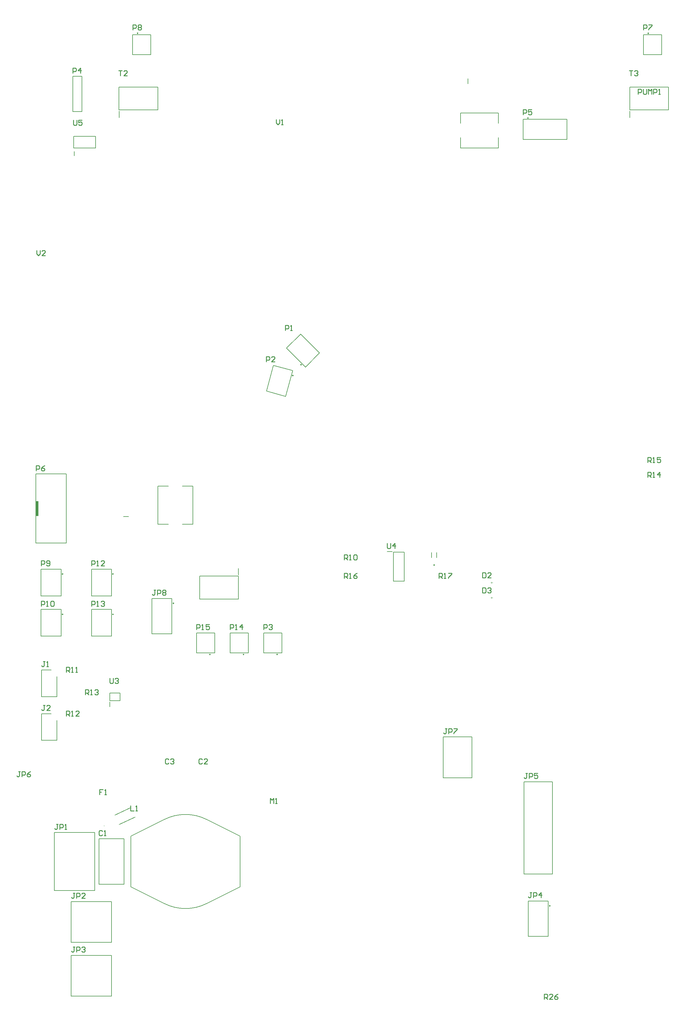
<source format=gbr>
G04*
G04 #@! TF.GenerationSoftware,Altium Limited,Altium Designer,22.4.2 (48)*
G04*
G04 Layer_Color=65535*
%FSLAX44Y44*%
%MOMM*%
G71*
G04*
G04 #@! TF.SameCoordinates,486C5EB1-174D-4488-8CC1-BEBE5ED833F6*
G04*
G04*
G04 #@! TF.FilePolarity,Positive*
G04*
G01*
G75*
%ADD10C,0.1000*%
%ADD11C,0.2500*%
%ADD12C,0.2000*%
%ADD13C,0.2540*%
%ADD14R,0.8000X4.5000*%
D10*
X328371Y656262D02*
G03*
X327465Y655839I-453J-211D01*
G01*
D02*
G03*
X328371Y656262I453J211D01*
G01*
X1484000Y1380001D02*
X1478668D01*
X1481334Y1377336D02*
Y1382667D01*
X1484000Y1335001D02*
X1478668D01*
X1481334Y1332336D02*
Y1337667D01*
D11*
X535250Y1318100D02*
G03*
X535250Y1318100I-1250J0D01*
G01*
X1655250Y418100D02*
G03*
X1655250Y418100I-1250J0D01*
G01*
X1311250Y1432000D02*
G03*
X1311250Y1432000I-1250J0D01*
G01*
X428550Y3014000D02*
G03*
X428550Y3014000I-1250J0D01*
G01*
X843950Y1166000D02*
G03*
X843950Y1166000I-1250J0D01*
G01*
X743950D02*
G03*
X743950Y1166000I-1250J0D01*
G01*
X643950D02*
G03*
X643950Y1166000I-1250J0D01*
G01*
X1590450Y2762000D02*
G03*
X1590450Y2762000I-1250J0D01*
G01*
X1948550Y3014000D02*
G03*
X1948550Y3014000I-1250J0D01*
G01*
X205250Y1405400D02*
G03*
X205250Y1405400I-1250J0D01*
G01*
Y1285400D02*
G03*
X205250Y1285400I-1250J0D01*
G01*
X355250Y1405400D02*
G03*
X355250Y1405400I-1250J0D01*
G01*
Y1285400D02*
G03*
X355250Y1285400I-1250J0D01*
G01*
X915167Y2027998D02*
G03*
X915167Y2027998I-1250J0D01*
G01*
X890666Y1995736D02*
G03*
X890666Y1995736I-1250J0D01*
G01*
D12*
X507119Y424917D02*
G03*
X632874Y424915I62879J125070D01*
G01*
Y675085D02*
G03*
X507119Y675083I-62876J-125072D01*
G01*
X372987Y659964D02*
X420115Y681940D01*
X359885Y688060D02*
X407013Y710036D01*
X238750Y2649750D02*
Y2662250D01*
X237500Y2672500D02*
X302500D01*
Y2707500D01*
X237500D02*
X302500D01*
X237500Y2672500D02*
Y2707500D01*
X529750Y1227500D02*
Y1332500D01*
X470250D02*
X529750D01*
X470250Y1227500D02*
Y1332500D01*
Y1227500D02*
X529750D01*
X300000Y463800D02*
Y636200D01*
X180000D02*
X300000D01*
X180000Y463800D02*
Y636200D01*
Y463800D02*
X300000D01*
X312500Y482500D02*
X387500D01*
Y617500D01*
X312500D02*
X387500D01*
X312500Y482500D02*
Y617500D01*
X732500Y475000D02*
Y625000D01*
X407500Y475000D02*
X507120Y424918D01*
X407500Y475000D02*
Y625000D01*
X632875Y424916D02*
X732500Y475000D01*
X632875Y675084D02*
X732500Y625000D01*
X407500D02*
X507120Y675082D01*
X1337499Y799200D02*
Y920800D01*
Y799200D02*
X1422500D01*
Y920800D01*
X1337499D02*
X1422500D01*
X350000Y149200D02*
Y270800D01*
X230000D02*
X350000D01*
X230000Y149200D02*
Y270800D01*
Y149200D02*
X350000D01*
X1590250Y327500D02*
X1649750D01*
X1590250D02*
Y432500D01*
X1649750D01*
Y327500D02*
Y432500D01*
X350000Y309200D02*
Y430800D01*
X230000D02*
X350000D01*
X230000Y309200D02*
Y430800D01*
Y309200D02*
X350000D01*
X1662501Y513000D02*
Y787000D01*
X1577500D02*
X1662501D01*
X1577500Y513000D02*
Y787000D01*
Y513000D02*
X1662501D01*
X385500Y1575800D02*
X400750D01*
X592000Y1553500D02*
Y1666500D01*
X561000Y1553500D02*
X592000D01*
X561000Y1666500D02*
X592000D01*
X488000D02*
X519000D01*
X488000Y1553500D02*
X519000D01*
X488000D02*
Y1666500D01*
X1189000Y1470250D02*
X1221000D01*
Y1383750D02*
Y1470250D01*
X1189000Y1383750D02*
X1221000D01*
X1189000D02*
Y1470250D01*
X1170250Y1471850D02*
X1185500D01*
X1317500Y1454500D02*
Y1469500D01*
X1302500Y1454500D02*
Y1469500D01*
X234550Y2885600D02*
X261450D01*
X234550Y2781000D02*
Y2885600D01*
Y2781000D02*
X261450D01*
Y2885600D01*
X467100Y2950250D02*
Y3009750D01*
X412900Y2950250D02*
X467100D01*
X412900D02*
Y3009750D01*
X467100D01*
X802900Y1170250D02*
Y1229750D01*
X857100D01*
Y1170250D02*
Y1229750D01*
X802900Y1170250D02*
X857100D01*
X702900D02*
Y1229750D01*
X757100D01*
Y1170250D02*
Y1229750D01*
X702900Y1170250D02*
X757100D01*
X727750Y1331000D02*
Y1399000D01*
X612250Y1331000D02*
X727750D01*
X612250D02*
Y1399000D01*
X727750D01*
X727550Y1402500D02*
Y1422000D01*
X602900Y1170250D02*
Y1229750D01*
X657100D01*
Y1170250D02*
Y1229750D01*
X602900Y1170250D02*
X657100D01*
X372250Y2786000D02*
Y2854000D01*
X487750D01*
Y2786000D02*
Y2854000D01*
X372250Y2786000D02*
X487750D01*
X372450Y2763000D02*
Y2782500D01*
X1892250Y2786000D02*
Y2854000D01*
X2007750D01*
Y2786000D02*
Y2854000D01*
X1892250Y2786000D02*
X2007750D01*
X1892450Y2763000D02*
Y2782500D01*
X1705200Y2698250D02*
Y2757750D01*
X1574800Y2698250D02*
X1705200D01*
X1574800D02*
Y2757750D01*
X1705200D01*
X1987100Y2950250D02*
Y3009750D01*
X1932900Y2950250D02*
X1987100D01*
X1932900D02*
Y3009750D01*
X1987100D01*
X125000Y1497200D02*
X215000D01*
Y1702800D01*
X125000Y1497200D02*
Y1702800D01*
X215000D01*
X142000Y1119500D02*
X170000D01*
X142000Y1040500D02*
Y1119500D01*
Y1040500D02*
X187000D01*
Y1100000D01*
X142000Y989500D02*
X170000D01*
X142000Y910500D02*
Y989500D01*
Y910500D02*
X187000D01*
Y970000D01*
X344500Y1010750D02*
Y1025000D01*
X345000Y1028500D02*
X375000D01*
Y1051500D01*
X345000D02*
X375000D01*
X345000Y1028500D02*
Y1051500D01*
X140250Y1340200D02*
X199750D01*
X140250D02*
Y1419800D01*
X199750D01*
Y1340200D02*
Y1419800D01*
X140250Y1220200D02*
X199750D01*
X140250D02*
Y1299800D01*
X199750D01*
Y1220200D02*
Y1299800D01*
X290250Y1340200D02*
X349750D01*
X290250D02*
Y1419800D01*
X349750D01*
Y1340200D02*
Y1419800D01*
X290250Y1220200D02*
X349750D01*
X290250D02*
Y1299800D01*
X349750D01*
Y1220200D02*
Y1299800D01*
X1410800Y2864250D02*
Y2879500D01*
X1388500Y2777000D02*
X1501500D01*
X1388500Y2746000D02*
Y2777000D01*
X1501500Y2746000D02*
Y2777000D01*
Y2673000D02*
Y2704000D01*
X1388500Y2673000D02*
Y2704000D01*
Y2673000D02*
X1501500D01*
X870819Y2077107D02*
X912892Y2119180D01*
X969177Y2062894D01*
X927105Y2020821D02*
X969177Y2062894D01*
X870819Y2077107D02*
X927105Y2020821D01*
X810963Y1949258D02*
X868436Y1933858D01*
X810963Y1949258D02*
X831565Y2026145D01*
X889038Y2010746D01*
X868436Y1933858D02*
X889038Y2010746D01*
D13*
X324343Y763929D02*
X314186D01*
Y756311D01*
X319264D01*
X314186D01*
Y748694D01*
X329421D02*
X334499D01*
X331960D01*
Y763929D01*
X329421Y761390D01*
X1917434Y2832764D02*
Y2847999D01*
X1925052D01*
X1927591Y2845460D01*
Y2840381D01*
X1925052Y2837842D01*
X1917434D01*
X1932669Y2847999D02*
Y2835303D01*
X1935208Y2832764D01*
X1940287D01*
X1942826Y2835303D01*
Y2847999D01*
X1947904Y2832764D02*
Y2847999D01*
X1952982Y2842921D01*
X1958061Y2847999D01*
Y2832764D01*
X1963139D02*
Y2847999D01*
X1970757D01*
X1973296Y2845460D01*
Y2840381D01*
X1970757Y2837842D01*
X1963139D01*
X1978374Y2832764D02*
X1983453D01*
X1980914D01*
Y2847999D01*
X1978374Y2845460D01*
X1637272Y140364D02*
Y155599D01*
X1644890D01*
X1647429Y153060D01*
Y147982D01*
X1644890Y145442D01*
X1637272D01*
X1642350D02*
X1647429Y140364D01*
X1662664D02*
X1652507D01*
X1662664Y150521D01*
Y153060D01*
X1660125Y155599D01*
X1655046D01*
X1652507Y153060D01*
X1677899Y155599D02*
X1672820Y153060D01*
X1667742Y147982D01*
Y142903D01*
X1670281Y140364D01*
X1675360D01*
X1677899Y142903D01*
Y145442D01*
X1675360Y147982D01*
X1667742D01*
X236208Y2755797D02*
Y2743101D01*
X238747Y2740562D01*
X243825D01*
X246365Y2743101D01*
Y2755797D01*
X261600D02*
X251443D01*
Y2748180D01*
X256521Y2750719D01*
X259061D01*
X261600Y2748180D01*
Y2743101D01*
X259061Y2740562D01*
X253982D01*
X251443Y2743101D01*
X480807Y1357527D02*
X475728D01*
X478268D01*
Y1344831D01*
X475728Y1342292D01*
X473189D01*
X470650Y1344831D01*
X485885Y1342292D02*
Y1357527D01*
X493503D01*
X496042Y1354988D01*
Y1349910D01*
X493503Y1347370D01*
X485885D01*
X501120Y1354988D02*
X503659Y1357527D01*
X508738D01*
X511277Y1354988D01*
Y1352449D01*
X508738Y1349910D01*
X511277Y1347370D01*
Y1344831D01*
X508738Y1342292D01*
X503659D01*
X501120Y1344831D01*
Y1347370D01*
X503659Y1349910D01*
X501120Y1352449D01*
Y1354988D01*
X503659Y1349910D02*
X508738D01*
X1454138Y1364639D02*
Y1349404D01*
X1461756D01*
X1464295Y1351943D01*
Y1362100D01*
X1461756Y1364639D01*
X1454138D01*
X1469373Y1362100D02*
X1471912Y1364639D01*
X1476991D01*
X1479530Y1362100D01*
Y1359561D01*
X1476991Y1357021D01*
X1474451D01*
X1476991D01*
X1479530Y1354482D01*
Y1351943D01*
X1476991Y1349404D01*
X1471912D01*
X1469373Y1351943D01*
X1454138Y1409597D02*
Y1394362D01*
X1461756D01*
X1464295Y1396901D01*
Y1407058D01*
X1461756Y1409597D01*
X1454138D01*
X1479530Y1394362D02*
X1469373D01*
X1479530Y1404519D01*
Y1407058D01*
X1476991Y1409597D01*
X1471912D01*
X1469373Y1407058D01*
X1170166Y1496465D02*
Y1483769D01*
X1172705Y1481230D01*
X1177784D01*
X1180323Y1483769D01*
Y1496465D01*
X1193019Y1481230D02*
Y1496465D01*
X1185401Y1488848D01*
X1195558D01*
X234938Y2895502D02*
Y2910737D01*
X242556D01*
X245095Y2908198D01*
Y2903120D01*
X242556Y2900580D01*
X234938D01*
X257791Y2895502D02*
Y2910737D01*
X250173Y2903120D01*
X260330D01*
X413246Y3024026D02*
Y3039261D01*
X420863D01*
X423403Y3036722D01*
Y3031643D01*
X420863Y3029104D01*
X413246D01*
X428481Y3036722D02*
X431020Y3039261D01*
X436099D01*
X438638Y3036722D01*
Y3034183D01*
X436099Y3031643D01*
X438638Y3029104D01*
Y3026565D01*
X436099Y3024026D01*
X431020D01*
X428481Y3026565D01*
Y3029104D01*
X431020Y3031643D01*
X428481Y3034183D01*
Y3036722D01*
X431020Y3031643D02*
X436099D01*
X1891018Y2902609D02*
X1901175D01*
X1896096D01*
Y2887374D01*
X1906253Y2900070D02*
X1908792Y2902609D01*
X1913871D01*
X1916410Y2900070D01*
Y2897531D01*
X1913871Y2894991D01*
X1911331D01*
X1913871D01*
X1916410Y2892452D01*
Y2889913D01*
X1913871Y2887374D01*
X1908792D01*
X1906253Y2889913D01*
X371082Y2902609D02*
X381239D01*
X376160D01*
Y2887374D01*
X396474D02*
X386317D01*
X396474Y2897531D01*
Y2900070D01*
X393935Y2902609D01*
X388856D01*
X386317Y2900070D01*
X1324344Y1392330D02*
Y1407565D01*
X1331962D01*
X1334501Y1405026D01*
Y1399948D01*
X1331962Y1397408D01*
X1324344D01*
X1329422D02*
X1334501Y1392330D01*
X1339579D02*
X1344657D01*
X1342118D01*
Y1407565D01*
X1339579Y1405026D01*
X1352275Y1407565D02*
X1362432D01*
Y1405026D01*
X1352275Y1394869D01*
Y1392330D01*
X1042658D02*
Y1407565D01*
X1050275D01*
X1052815Y1405026D01*
Y1399948D01*
X1050275Y1397408D01*
X1042658D01*
X1047736D02*
X1052815Y1392330D01*
X1057893D02*
X1062971D01*
X1060432D01*
Y1407565D01*
X1057893Y1405026D01*
X1080746Y1407565D02*
X1075667Y1405026D01*
X1070589Y1399948D01*
Y1394869D01*
X1073128Y1392330D01*
X1078206D01*
X1080746Y1394869D01*
Y1397408D01*
X1078206Y1399948D01*
X1070589D01*
X1946136Y1737262D02*
Y1752497D01*
X1953754D01*
X1956293Y1749958D01*
Y1744879D01*
X1953754Y1742340D01*
X1946136D01*
X1951214D02*
X1956293Y1737262D01*
X1961371D02*
X1966449D01*
X1963910D01*
Y1752497D01*
X1961371Y1749958D01*
X1984224Y1752497D02*
X1974067D01*
Y1744879D01*
X1979145Y1747419D01*
X1981685D01*
X1984224Y1744879D01*
Y1739801D01*
X1981685Y1737262D01*
X1976606D01*
X1974067Y1739801D01*
X1946136Y1693320D02*
Y1708555D01*
X1953754D01*
X1956293Y1706016D01*
Y1700938D01*
X1953754Y1698398D01*
X1946136D01*
X1951214D02*
X1956293Y1693320D01*
X1961371D02*
X1966449D01*
X1963910D01*
Y1708555D01*
X1961371Y1706016D01*
X1981685Y1693320D02*
Y1708555D01*
X1974067Y1700938D01*
X1984224D01*
X603238Y1239676D02*
Y1254911D01*
X610855D01*
X613395Y1252372D01*
Y1247293D01*
X610855Y1244754D01*
X603238D01*
X618473Y1239676D02*
X623551D01*
X621012D01*
Y1254911D01*
X618473Y1252372D01*
X641326Y1254911D02*
X631169D01*
Y1247293D01*
X636247Y1249833D01*
X638787D01*
X641326Y1247293D01*
Y1242215D01*
X638787Y1239676D01*
X633708D01*
X631169Y1242215D01*
X703314Y1239676D02*
Y1254911D01*
X710931D01*
X713471Y1252372D01*
Y1247293D01*
X710931Y1244754D01*
X703314D01*
X718549Y1239676D02*
X723627D01*
X721088D01*
Y1254911D01*
X718549Y1252372D01*
X738863Y1239676D02*
Y1254911D01*
X731245Y1247293D01*
X741402D01*
X803136Y1239676D02*
Y1254911D01*
X810753D01*
X813293Y1252372D01*
Y1247293D01*
X810753Y1244754D01*
X803136D01*
X818371Y1252372D02*
X820910Y1254911D01*
X825989D01*
X828528Y1252372D01*
Y1249833D01*
X825989Y1247293D01*
X823449D01*
X825989D01*
X828528Y1244754D01*
Y1242215D01*
X825989Y1239676D01*
X820910D01*
X818371Y1242215D01*
X344412Y1094891D02*
Y1082195D01*
X346951Y1079656D01*
X352029D01*
X354569Y1082195D01*
Y1094891D01*
X359647Y1092352D02*
X362186Y1094891D01*
X367265D01*
X369804Y1092352D01*
Y1089813D01*
X367265Y1087273D01*
X364725D01*
X367265D01*
X369804Y1084734D01*
Y1082195D01*
X367265Y1079656D01*
X362186D01*
X359647Y1082195D01*
X272276Y1045874D02*
Y1061109D01*
X279893D01*
X282433Y1058570D01*
Y1053492D01*
X279893Y1050952D01*
X272276D01*
X277354D02*
X282433Y1045874D01*
X287511D02*
X292589D01*
X290050D01*
Y1061109D01*
X287511Y1058570D01*
X300207D02*
X302746Y1061109D01*
X307824D01*
X310364Y1058570D01*
Y1056031D01*
X307824Y1053492D01*
X305285D01*
X307824D01*
X310364Y1050952D01*
Y1048413D01*
X307824Y1045874D01*
X302746D01*
X300207Y1048413D01*
X214872Y982628D02*
Y997863D01*
X222489D01*
X225029Y995324D01*
Y990246D01*
X222489Y987706D01*
X214872D01*
X219950D02*
X225029Y982628D01*
X230107D02*
X235185D01*
X232646D01*
Y997863D01*
X230107Y995324D01*
X252960Y982628D02*
X242803D01*
X252960Y992785D01*
Y995324D01*
X250420Y997863D01*
X245342D01*
X242803Y995324D01*
X214872Y1112676D02*
Y1127911D01*
X222489D01*
X225029Y1125372D01*
Y1120294D01*
X222489Y1117754D01*
X214872D01*
X219950D02*
X225029Y1112676D01*
X230107D02*
X235185D01*
X232646D01*
Y1127911D01*
X230107Y1125372D01*
X242803Y1112676D02*
X247881D01*
X245342D01*
Y1127911D01*
X242803Y1125372D01*
X1042658Y1447448D02*
Y1462683D01*
X1050275D01*
X1052815Y1460144D01*
Y1455065D01*
X1050275Y1452526D01*
X1042658D01*
X1047736D02*
X1052815Y1447448D01*
X1057893D02*
X1062971D01*
X1060432D01*
Y1462683D01*
X1057893Y1460144D01*
X1070589D02*
X1073128Y1462683D01*
X1078206D01*
X1080746Y1460144D01*
Y1449987D01*
X1078206Y1447448D01*
X1073128D01*
X1070589Y1449987D01*
Y1460144D01*
X290564Y1309780D02*
Y1325015D01*
X298181D01*
X300721Y1322476D01*
Y1317397D01*
X298181Y1314858D01*
X290564D01*
X305799Y1309780D02*
X310877D01*
X308338D01*
Y1325015D01*
X305799Y1322476D01*
X318495D02*
X321034Y1325015D01*
X326113D01*
X328652Y1322476D01*
Y1319937D01*
X326113Y1317397D01*
X323573D01*
X326113D01*
X328652Y1314858D01*
Y1312319D01*
X326113Y1309780D01*
X321034D01*
X318495Y1312319D01*
X290564Y1429668D02*
Y1444903D01*
X298181D01*
X300721Y1442364D01*
Y1437285D01*
X298181Y1434746D01*
X290564D01*
X305799Y1429668D02*
X310877D01*
X308338D01*
Y1444903D01*
X305799Y1442364D01*
X328652Y1429668D02*
X318495D01*
X328652Y1439825D01*
Y1442364D01*
X326113Y1444903D01*
X321034D01*
X318495Y1442364D01*
X140450Y1309780D02*
Y1325015D01*
X148068D01*
X150607Y1322476D01*
Y1317397D01*
X148068Y1314858D01*
X140450D01*
X155685Y1309780D02*
X160763D01*
X158224D01*
Y1325015D01*
X155685Y1322476D01*
X168381D02*
X170920Y1325015D01*
X175998D01*
X178538Y1322476D01*
Y1312319D01*
X175998Y1309780D01*
X170920D01*
X168381Y1312319D01*
Y1322476D01*
X140450Y1429668D02*
Y1444903D01*
X148068D01*
X150607Y1442364D01*
Y1437285D01*
X148068Y1434746D01*
X140450D01*
X155685Y1432207D02*
X158224Y1429668D01*
X163303D01*
X165842Y1432207D01*
Y1442364D01*
X163303Y1444903D01*
X158224D01*
X155685Y1442364D01*
Y1439825D01*
X158224Y1437285D01*
X165842D01*
X1933182Y3024026D02*
Y3039261D01*
X1940800D01*
X1943339Y3036722D01*
Y3031643D01*
X1940800Y3029104D01*
X1933182D01*
X1948417Y3039261D02*
X1958574D01*
Y3036722D01*
X1948417Y3026565D01*
Y3024026D01*
X125210Y1712624D02*
Y1727859D01*
X132828D01*
X135367Y1725320D01*
Y1720242D01*
X132828Y1717702D01*
X125210D01*
X150602Y1727859D02*
X145523Y1725320D01*
X140445Y1720242D01*
Y1715163D01*
X142984Y1712624D01*
X148063D01*
X150602Y1715163D01*
Y1717702D01*
X148063Y1720242D01*
X140445D01*
X1575042Y2772058D02*
Y2787293D01*
X1582659D01*
X1585199Y2784754D01*
Y2779676D01*
X1582659Y2777137D01*
X1575042D01*
X1600434Y2787293D02*
X1590277D01*
Y2779676D01*
X1595355Y2782215D01*
X1597895D01*
X1600434Y2779676D01*
Y2774597D01*
X1597895Y2772058D01*
X1592816D01*
X1590277Y2774597D01*
X1347963Y945793D02*
X1342884D01*
X1345423D01*
Y933097D01*
X1342884Y930558D01*
X1340345D01*
X1337806Y933097D01*
X1353041Y930558D02*
Y945793D01*
X1360659D01*
X1363198Y943254D01*
Y938176D01*
X1360659Y935636D01*
X1353041D01*
X1368276Y945793D02*
X1378433D01*
Y943254D01*
X1368276Y933097D01*
Y930558D01*
X151877Y1015135D02*
X146798D01*
X149338D01*
Y1002439D01*
X146798Y999900D01*
X144259D01*
X141720Y1002439D01*
X167112Y999900D02*
X156955D01*
X167112Y1010057D01*
Y1012596D01*
X164573Y1015135D01*
X159494D01*
X156955Y1012596D01*
X151877Y1145183D02*
X146798D01*
X149338D01*
Y1132487D01*
X146798Y1129948D01*
X144259D01*
X141720Y1132487D01*
X156955Y1129948D02*
X162033D01*
X159494D01*
Y1145183D01*
X156955Y1142644D01*
X1587993Y812189D02*
X1582914D01*
X1585453D01*
Y799493D01*
X1582914Y796954D01*
X1580375D01*
X1577836Y799493D01*
X1593071Y796954D02*
Y812189D01*
X1600689D01*
X1603228Y809650D01*
Y804572D01*
X1600689Y802032D01*
X1593071D01*
X1618463Y812189D02*
X1608306D01*
Y804572D01*
X1613385Y807111D01*
X1615924D01*
X1618463Y804572D01*
Y799493D01*
X1615924Y796954D01*
X1610845D01*
X1608306Y799493D01*
X1600693Y457605D02*
X1595614D01*
X1598154D01*
Y444909D01*
X1595614Y442370D01*
X1593075D01*
X1590536Y444909D01*
X1605771Y442370D02*
Y457605D01*
X1613389D01*
X1615928Y455066D01*
Y449987D01*
X1613389Y447448D01*
X1605771D01*
X1628624Y442370D02*
Y457605D01*
X1621006Y449987D01*
X1631163D01*
X406896Y716177D02*
Y700942D01*
X417053D01*
X422131D02*
X427209D01*
X424670D01*
Y716177D01*
X422131Y713638D01*
X240523Y295807D02*
X235444D01*
X237983D01*
Y283111D01*
X235444Y280572D01*
X232905D01*
X230366Y283111D01*
X245601Y280572D02*
Y295807D01*
X253219D01*
X255758Y293268D01*
Y288190D01*
X253219Y285650D01*
X245601D01*
X260836Y293268D02*
X263375Y295807D01*
X268454D01*
X270993Y293268D01*
Y290729D01*
X268454Y288190D01*
X265914D01*
X268454D01*
X270993Y285650D01*
Y283111D01*
X268454Y280572D01*
X263375D01*
X260836Y283111D01*
X240523Y455827D02*
X235444D01*
X237983D01*
Y443131D01*
X235444Y440592D01*
X232905D01*
X230366Y443131D01*
X245601Y440592D02*
Y455827D01*
X253219D01*
X255758Y453288D01*
Y448209D01*
X253219Y445670D01*
X245601D01*
X270993Y440592D02*
X260836D01*
X270993Y450749D01*
Y453288D01*
X268454Y455827D01*
X263375D01*
X260836Y453288D01*
X190485Y661313D02*
X185406D01*
X187945D01*
Y648617D01*
X185406Y646078D01*
X182867D01*
X180328Y648617D01*
X195563Y646078D02*
Y661313D01*
X203181D01*
X205720Y658774D01*
Y653696D01*
X203181Y651156D01*
X195563D01*
X210798Y646078D02*
X215877D01*
X213337D01*
Y661313D01*
X210798Y658774D01*
X519669Y853338D02*
X517130Y855877D01*
X512051D01*
X509512Y853338D01*
Y843181D01*
X512051Y840642D01*
X517130D01*
X519669Y843181D01*
X524747Y853338D02*
X527286Y855877D01*
X532365D01*
X534904Y853338D01*
Y850799D01*
X532365Y848260D01*
X529825D01*
X532365D01*
X534904Y845720D01*
Y843181D01*
X532365Y840642D01*
X527286D01*
X524747Y843181D01*
X619745Y853338D02*
X617206Y855877D01*
X612127D01*
X609588Y853338D01*
Y843181D01*
X612127Y840642D01*
X617206D01*
X619745Y843181D01*
X634980Y840642D02*
X624823D01*
X634980Y850799D01*
Y853338D01*
X632441Y855877D01*
X627362D01*
X624823Y853338D01*
X323073Y639978D02*
X320533Y642517D01*
X315455D01*
X312916Y639978D01*
Y629821D01*
X315455Y627282D01*
X320533D01*
X323073Y629821D01*
X328151Y627282D02*
X333229D01*
X330690D01*
Y642517D01*
X328151Y639978D01*
X822440Y722532D02*
Y737767D01*
X827518Y732689D01*
X832597Y737767D01*
Y722532D01*
X837675D02*
X842753D01*
X840214D01*
Y737767D01*
X837675Y735228D01*
X77963Y817523D02*
X72884D01*
X75423D01*
Y804827D01*
X72884Y802288D01*
X70345D01*
X67806Y804827D01*
X83041Y802288D02*
Y817523D01*
X90659D01*
X93198Y814984D01*
Y809905D01*
X90659Y807366D01*
X83041D01*
X108433Y817523D02*
X103355Y814984D01*
X98276Y809905D01*
Y804827D01*
X100815Y802288D01*
X105894D01*
X108433Y804827D01*
Y807366D01*
X105894Y809905D01*
X98276D01*
X127304Y2367617D02*
Y2357461D01*
X132382Y2352383D01*
X137461Y2357461D01*
Y2367617D01*
X152696Y2352383D02*
X142539D01*
X152696Y2362539D01*
Y2365078D01*
X150157Y2367617D01*
X145078D01*
X142539Y2365078D01*
X839843Y2757617D02*
Y2747461D01*
X844922Y2742383D01*
X850000Y2747461D01*
Y2757617D01*
X855078Y2742383D02*
X860157D01*
X857618D01*
Y2757617D01*
X855078Y2755078D01*
X810756Y2036474D02*
Y2051709D01*
X818373D01*
X820913Y2049170D01*
Y2044091D01*
X818373Y2041552D01*
X810756D01*
X836148Y2036474D02*
X825991D01*
X836148Y2046631D01*
Y2049170D01*
X833609Y2051709D01*
X828530D01*
X825991Y2049170D01*
X866890Y2129946D02*
Y2145181D01*
X874508D01*
X877047Y2142642D01*
Y2137563D01*
X874508Y2135024D01*
X866890D01*
X882125Y2129946D02*
X887203D01*
X884664D01*
Y2145181D01*
X882125Y2142642D01*
D14*
X129000Y1600000D02*
D03*
M02*

</source>
